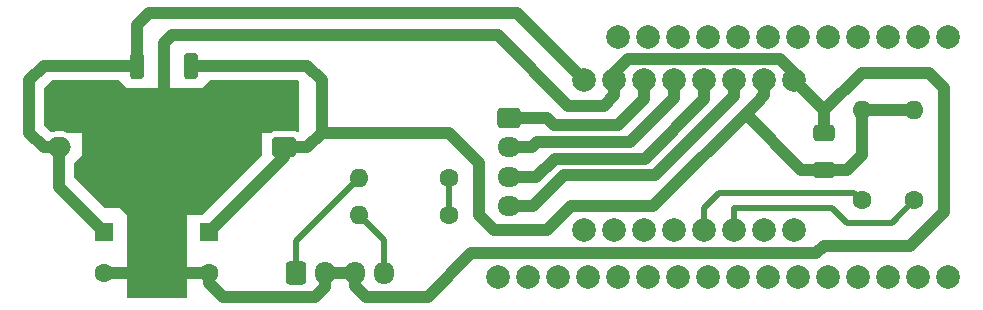
<source format=gbr>
%TF.GenerationSoftware,KiCad,Pcbnew,9.0.0*%
%TF.CreationDate,2025-05-11T09:44:17-05:00*%
%TF.ProjectId,Watch Winder,57617463-6820-4576-996e-6465722e6b69,rev?*%
%TF.SameCoordinates,Original*%
%TF.FileFunction,Copper,L2,Bot*%
%TF.FilePolarity,Positive*%
%FSLAX46Y46*%
G04 Gerber Fmt 4.6, Leading zero omitted, Abs format (unit mm)*
G04 Created by KiCad (PCBNEW 9.0.0) date 2025-05-11 09:44:17*
%MOMM*%
%LPD*%
G01*
G04 APERTURE LIST*
G04 Aperture macros list*
%AMRoundRect*
0 Rectangle with rounded corners*
0 $1 Rounding radius*
0 $2 $3 $4 $5 $6 $7 $8 $9 X,Y pos of 4 corners*
0 Add a 4 corners polygon primitive as box body*
4,1,4,$2,$3,$4,$5,$6,$7,$8,$9,$2,$3,0*
0 Add four circle primitives for the rounded corners*
1,1,$1+$1,$2,$3*
1,1,$1+$1,$4,$5*
1,1,$1+$1,$6,$7*
1,1,$1+$1,$8,$9*
0 Add four rect primitives between the rounded corners*
20,1,$1+$1,$2,$3,$4,$5,0*
20,1,$1+$1,$4,$5,$6,$7,0*
20,1,$1+$1,$6,$7,$8,$9,0*
20,1,$1+$1,$8,$9,$2,$3,0*%
G04 Aperture macros list end*
%TA.AperFunction,ComponentPad*%
%ADD10RoundRect,0.250000X-0.725000X0.600000X-0.725000X-0.600000X0.725000X-0.600000X0.725000X0.600000X0*%
%TD*%
%TA.AperFunction,ComponentPad*%
%ADD11O,1.950000X1.700000*%
%TD*%
%TA.AperFunction,ComponentPad*%
%ADD12R,1.600000X1.600000*%
%TD*%
%TA.AperFunction,ComponentPad*%
%ADD13C,1.600000*%
%TD*%
%TA.AperFunction,ComponentPad*%
%ADD14C,2.000000*%
%TD*%
%TA.AperFunction,ComponentPad*%
%ADD15O,1.600000X1.600000*%
%TD*%
%TA.AperFunction,ComponentPad*%
%ADD16RoundRect,0.250000X-0.750000X0.600000X-0.750000X-0.600000X0.750000X-0.600000X0.750000X0.600000X0*%
%TD*%
%TA.AperFunction,ComponentPad*%
%ADD17O,2.000000X1.700000*%
%TD*%
%TA.AperFunction,ComponentPad*%
%ADD18RoundRect,0.250000X-0.600000X-0.725000X0.600000X-0.725000X0.600000X0.725000X-0.600000X0.725000X0*%
%TD*%
%TA.AperFunction,ComponentPad*%
%ADD19O,1.700000X1.950000*%
%TD*%
%TA.AperFunction,ComponentPad*%
%ADD20RoundRect,0.250000X0.750000X-0.600000X0.750000X0.600000X-0.750000X0.600000X-0.750000X-0.600000X0*%
%TD*%
%TA.AperFunction,SMDPad,CuDef*%
%ADD21RoundRect,0.250000X-0.350000X0.850000X-0.350000X-0.850000X0.350000X-0.850000X0.350000X0.850000X0*%
%TD*%
%TA.AperFunction,SMDPad,CuDef*%
%ADD22RoundRect,0.250000X-1.125000X1.275000X-1.125000X-1.275000X1.125000X-1.275000X1.125000X1.275000X0*%
%TD*%
%TA.AperFunction,SMDPad,CuDef*%
%ADD23RoundRect,0.249997X-2.650003X2.950003X-2.650003X-2.950003X2.650003X-2.950003X2.650003X2.950003X0*%
%TD*%
%TA.AperFunction,SMDPad,CuDef*%
%ADD24RoundRect,0.250000X0.650000X-0.412500X0.650000X0.412500X-0.650000X0.412500X-0.650000X-0.412500X0*%
%TD*%
%TA.AperFunction,Conductor*%
%ADD25C,1.000000*%
%TD*%
%TA.AperFunction,Conductor*%
%ADD26C,0.300000*%
%TD*%
%TA.AperFunction,Conductor*%
%ADD27C,0.500000*%
%TD*%
G04 APERTURE END LIST*
D10*
%TO.P,J4,1,Pin_1*%
%TO.N,Net-(J4-Pin_1)*%
X148590000Y-69850000D03*
D11*
%TO.P,J4,2,Pin_2*%
%TO.N,Net-(J4-Pin_2)*%
X148590000Y-72350000D03*
%TO.P,J4,3,Pin_3*%
%TO.N,Net-(J4-Pin_3)*%
X148590000Y-74850000D03*
%TO.P,J4,4,Pin_4*%
%TO.N,Net-(J4-Pin_4)*%
X148590000Y-77350000D03*
%TD*%
D12*
%TO.P,C2,1*%
%TO.N,Net-(J3-Pin_1)*%
X123190000Y-79500000D03*
D13*
%TO.P,C2,2*%
%TO.N,Net-(J1-Pin_1)*%
X123190000Y-83000000D03*
%TD*%
D14*
%TO.P,U3,1,EN*%
%TO.N,Net-(U2-A0)*%
X154940000Y-79375000D03*
%TO.P,U3,2,MS1*%
%TO.N,Net-(U2-A1)*%
X157480000Y-79375000D03*
%TO.P,U3,3,MS2*%
%TO.N,Net-(U2-A2)*%
X160020000Y-79375000D03*
%TO.P,U3,4,PDN*%
%TO.N,Net-(U2-A3)*%
X162560000Y-79375000D03*
%TO.P,U3,5,STDBY*%
%TO.N,Net-(U3-STDBY)*%
X165100000Y-79375000D03*
%TO.P,U3,6,CLK*%
%TO.N,Net-(U3-CLK)*%
X167640000Y-79375000D03*
%TO.P,U3,7,STEP*%
%TO.N,Net-(U2-A4)*%
X170180000Y-79375000D03*
%TO.P,U3,8,DIR*%
%TO.N,Net-(U2-A5)*%
X172720000Y-79375000D03*
%TO.P,U3,9,GNDIO*%
%TO.N,Net-(J1-Pin_1)*%
X172720000Y-66675000D03*
%TO.P,U3,10,VIO*%
%TO.N,Net-(J3-Pin_1)*%
X170180000Y-66675000D03*
%TO.P,U3,11,B2*%
%TO.N,Net-(J4-Pin_4)*%
X167640000Y-66675000D03*
%TO.P,U3,12,B1*%
%TO.N,Net-(J4-Pin_3)*%
X165100000Y-66675000D03*
%TO.P,U3,13,A1*%
%TO.N,Net-(J4-Pin_2)*%
X162560000Y-66675000D03*
%TO.P,U3,14,A2*%
%TO.N,Net-(J4-Pin_1)*%
X160020000Y-66675000D03*
%TO.P,U3,15,GNDM*%
%TO.N,Net-(J1-Pin_1)*%
X157480000Y-66675000D03*
%TO.P,U3,16,VM*%
%TO.N,Net-(J1-Pin_2)*%
X154940000Y-66675000D03*
%TD*%
D13*
%TO.P,R3,1*%
%TO.N,Net-(U3-STDBY)*%
X178435000Y-76835000D03*
D15*
%TO.P,R3,2*%
%TO.N,Net-(J3-Pin_1)*%
X178435000Y-69215000D03*
%TD*%
D16*
%TO.P,J1,1,Pin_1*%
%TO.N,Net-(J1-Pin_1)*%
X110490000Y-69850000D03*
D17*
%TO.P,J1,2,Pin_2*%
%TO.N,Net-(J1-Pin_2)*%
X110490000Y-72350000D03*
%TD*%
D14*
%TO.P,U2,1,RST*%
%TO.N,unconnected-(U2-RST-Pad1)*%
X147655000Y-83320000D03*
%TO.P,U2,2,3.3V*%
%TO.N,unconnected-(U2-3.3V-Pad2)*%
X150195000Y-83320000D03*
%TO.P,U2,3,3.3V*%
%TO.N,Net-(R1-Pad1)*%
X152735000Y-83320000D03*
%TO.P,U2,4,GND*%
%TO.N,Net-(J1-Pin_1)*%
X155275000Y-83320000D03*
%TO.P,U2,5,A0*%
%TO.N,Net-(U2-A0)*%
X157815000Y-83320000D03*
%TO.P,U2,6,A1*%
%TO.N,Net-(U2-A1)*%
X160355000Y-83320000D03*
%TO.P,U2,7,A2*%
%TO.N,Net-(U2-A2)*%
X162895000Y-83320000D03*
%TO.P,U2,8,A3*%
%TO.N,Net-(U2-A3)*%
X165435000Y-83320000D03*
%TO.P,U2,9,A4*%
%TO.N,Net-(U2-A4)*%
X167975000Y-83320000D03*
%TO.P,U2,10,A5*%
%TO.N,Net-(U2-A5)*%
X170515000Y-83320000D03*
%TO.P,U2,11,SCK*%
%TO.N,unconnected-(U2-SCK-Pad11)*%
X173055000Y-83320000D03*
%TO.P,U2,12,MOSI*%
%TO.N,unconnected-(U2-MOSI-Pad12)*%
X175595000Y-83320000D03*
%TO.P,U2,13,MISO*%
%TO.N,unconnected-(U2-MISO-Pad13)*%
X178135000Y-83320000D03*
%TO.P,U2,14,RX*%
%TO.N,unconnected-(U2-RX-Pad14)*%
X180675000Y-83320000D03*
%TO.P,U2,15,TX*%
%TO.N,unconnected-(U2-TX-Pad15)*%
X183215000Y-83320000D03*
%TO.P,U2,16,TXD0*%
%TO.N,unconnected-(U2-TXD0-Pad16)*%
X185755000Y-83320000D03*
%TO.P,U2,17,SDA*%
%TO.N,unconnected-(U2-SDA-Pad17)*%
X185755000Y-63000000D03*
%TO.P,U2,18,SCL*%
%TO.N,unconnected-(U2-SCL-Pad18)*%
X183215000Y-63000000D03*
%TO.P,U2,19,D5*%
%TO.N,unconnected-(U2-D5-Pad19)*%
X180675000Y-63000000D03*
%TO.P,U2,20,D6*%
%TO.N,unconnected-(U2-D6-Pad20)*%
X178135000Y-63000000D03*
%TO.P,U2,21,D9*%
%TO.N,Net-(J2-Pin_4)*%
X175595000Y-63000000D03*
%TO.P,U2,22,D10*%
%TO.N,unconnected-(U2-D10-Pad22)*%
X173055000Y-63000000D03*
%TO.P,U2,23,D11*%
%TO.N,unconnected-(U2-D11-Pad23)*%
X170515000Y-63000000D03*
%TO.P,U2,24,D12*%
%TO.N,unconnected-(U2-D12-Pad24)*%
X167975000Y-63000000D03*
%TO.P,U2,25,D13*%
%TO.N,unconnected-(U2-D13-Pad25)*%
X165435000Y-63000000D03*
%TO.P,U2,26,VBUS*%
%TO.N,unconnected-(U2-VBUS-Pad26)*%
X162895000Y-63000000D03*
%TO.P,U2,27,EN*%
%TO.N,unconnected-(U2-EN-Pad27)*%
X160355000Y-63000000D03*
%TO.P,U2,28,VBAT*%
%TO.N,unconnected-(U2-VBAT-Pad28)*%
X157815000Y-63000000D03*
%TD*%
D12*
%TO.P,C1,1*%
%TO.N,Net-(J1-Pin_2)*%
X114300000Y-79500000D03*
D13*
%TO.P,C1,2*%
%TO.N,Net-(J1-Pin_1)*%
X114300000Y-83000000D03*
%TD*%
%TO.P,R4,1*%
%TO.N,Net-(U3-CLK)*%
X182880000Y-76835000D03*
D15*
%TO.P,R4,2*%
%TO.N,Net-(J3-Pin_1)*%
X182880000Y-69215000D03*
%TD*%
D18*
%TO.P,J2,1,Pin_1*%
%TO.N,Net-(J2-Pin_1)*%
X130500000Y-83000000D03*
D19*
%TO.P,J2,2,Pin_2*%
%TO.N,Net-(J1-Pin_1)*%
X133000000Y-83000000D03*
%TO.P,J2,3,Pin_3*%
X135500000Y-83000000D03*
%TO.P,J2,4,Pin_4*%
%TO.N,Net-(J2-Pin_4)*%
X138000000Y-83000000D03*
%TD*%
D13*
%TO.P,R1,1*%
%TO.N,Net-(R1-Pad1)*%
X143510000Y-78105000D03*
D15*
%TO.P,R1,2*%
%TO.N,Net-(J2-Pin_4)*%
X135890000Y-78105000D03*
%TD*%
D13*
%TO.P,R2,1*%
%TO.N,Net-(R1-Pad1)*%
X143510000Y-74930000D03*
D15*
%TO.P,R2,2*%
%TO.N,Net-(J2-Pin_1)*%
X135890000Y-74930000D03*
%TD*%
D20*
%TO.P,J3,1,Pin_1*%
%TO.N,Net-(J3-Pin_1)*%
X129540000Y-72350000D03*
D17*
%TO.P,J3,2,Pin_2*%
%TO.N,Net-(J1-Pin_1)*%
X129540000Y-69850000D03*
%TD*%
D21*
%TO.P,U1,1,IN*%
%TO.N,Net-(J1-Pin_2)*%
X117100000Y-65445000D03*
D22*
%TO.P,U1,2,GND*%
%TO.N,Net-(J1-Pin_1)*%
X120905000Y-70070000D03*
X117855000Y-70070000D03*
D23*
X119380000Y-71745000D03*
D22*
X120905000Y-73420000D03*
X117855000Y-73420000D03*
D21*
%TO.P,U1,3,OUT*%
%TO.N,Net-(J3-Pin_1)*%
X121660000Y-65445000D03*
%TD*%
D24*
%TO.P,C3,1*%
%TO.N,Net-(J3-Pin_1)*%
X175260000Y-74245000D03*
%TO.P,C3,2*%
%TO.N,Net-(J1-Pin_1)*%
X175260000Y-71120000D03*
%TD*%
D25*
%TO.N,Net-(J1-Pin_1)*%
X133000000Y-83000000D02*
X133000000Y-84170000D01*
X157480000Y-66040000D02*
X157480000Y-66675000D01*
X175198272Y-80706728D02*
X182549886Y-80706728D01*
X171529978Y-64849978D02*
X158670022Y-64849978D01*
X119380000Y-63500000D02*
X119380000Y-71745000D01*
X132171000Y-84999000D02*
X124369000Y-84999000D01*
X174567745Y-81337255D02*
X175198272Y-80706728D01*
X178435000Y-66040000D02*
X175260000Y-69215000D01*
X156587350Y-68837650D02*
X153581432Y-68837650D01*
X182549886Y-80706728D02*
X185420000Y-77836614D01*
X119380000Y-83000000D02*
X123190000Y-83000000D01*
X185420000Y-67310000D02*
X184150000Y-66040000D01*
X124369000Y-84999000D02*
X123190000Y-83820000D01*
X147608782Y-62865000D02*
X120015000Y-62865000D01*
X145357745Y-81337255D02*
X174567745Y-81337255D01*
X120015000Y-62865000D02*
X119380000Y-63500000D01*
X172720000Y-66040000D02*
X171529978Y-64849978D01*
X184150000Y-66040000D02*
X178435000Y-66040000D01*
X153581432Y-68837650D02*
X147608782Y-62865000D01*
X133000000Y-84170000D02*
X132171000Y-84999000D01*
X129540000Y-69850000D02*
X121125000Y-69850000D01*
X175260000Y-69215000D02*
X172720000Y-66675000D01*
X141696000Y-84999000D02*
X145357745Y-81337255D01*
X157480000Y-66675000D02*
X157480000Y-67945000D01*
X110490000Y-69850000D02*
X117635000Y-69850000D01*
X172720000Y-66675000D02*
X172720000Y-66040000D01*
X158670022Y-64849978D02*
X157480000Y-66040000D01*
D26*
X135500000Y-83000000D02*
X135255000Y-82755000D01*
D25*
X114300000Y-83000000D02*
X119380000Y-83000000D01*
X119380000Y-83000000D02*
X119380000Y-71745000D01*
X121125000Y-69850000D02*
X120905000Y-70070000D01*
X123190000Y-83820000D02*
X123190000Y-83000000D01*
X157480000Y-67945000D02*
X156587350Y-68837650D01*
X185420000Y-77836614D02*
X185420000Y-67310000D01*
X117635000Y-69850000D02*
X117855000Y-70070000D01*
X175260000Y-69215000D02*
X175260000Y-71120000D01*
X135500000Y-84065000D02*
X136434000Y-84999000D01*
X136434000Y-84999000D02*
X141696000Y-84999000D01*
X135500000Y-83000000D02*
X135500000Y-84065000D01*
X133000000Y-83000000D02*
X135500000Y-83000000D01*
%TO.N,Net-(J1-Pin_2)*%
X149266000Y-61001000D02*
X118069000Y-61001000D01*
X107950000Y-71120000D02*
X109180000Y-72350000D01*
X117100000Y-65445000D02*
X109180000Y-65445000D01*
X107950000Y-66675000D02*
X107950000Y-71120000D01*
X109180000Y-72350000D02*
X110490000Y-72350000D01*
X154940000Y-66675000D02*
X149266000Y-61001000D01*
X110490000Y-75690000D02*
X114300000Y-79500000D01*
X117100000Y-61970000D02*
X117100000Y-65445000D01*
X118069000Y-61001000D02*
X117100000Y-61970000D01*
X109180000Y-65445000D02*
X107950000Y-66675000D01*
X110490000Y-72350000D02*
X110490000Y-75690000D01*
%TO.N,Net-(J3-Pin_1)*%
X121660000Y-65445000D02*
X131485000Y-65445000D01*
X169545000Y-68580000D02*
X170180000Y-67945000D01*
X182880000Y-69215000D02*
X178435000Y-69215000D01*
X146050000Y-78105000D02*
X147320000Y-79375000D01*
X132715000Y-71120000D02*
X131485000Y-72350000D01*
X170180000Y-67945000D02*
X170180000Y-66675000D01*
X132715000Y-66675000D02*
X132715000Y-71120000D01*
X146050000Y-73660000D02*
X146050000Y-78105000D01*
X178435000Y-73025000D02*
X178435000Y-69215000D01*
X175260000Y-74245000D02*
X177215000Y-74245000D01*
X129540000Y-73150000D02*
X123190000Y-79500000D01*
X131485000Y-72350000D02*
X129540000Y-72350000D01*
X175260000Y-74245000D02*
X173305000Y-74245000D01*
X129540000Y-72350000D02*
X129540000Y-73150000D01*
X147320000Y-79375000D02*
X151765000Y-79375000D01*
X153799899Y-77340101D02*
X160784899Y-77340101D01*
X177215000Y-74245000D02*
X178435000Y-73025000D01*
X143510000Y-71120000D02*
X146050000Y-73660000D01*
X160784899Y-77340101D02*
X169545000Y-68580000D01*
X131485000Y-65445000D02*
X132715000Y-66675000D01*
X151765000Y-79375000D02*
X153799899Y-77340101D01*
X132715000Y-71120000D02*
X143510000Y-71120000D01*
X168592500Y-69532500D02*
X169545000Y-68580000D01*
X173305000Y-74245000D02*
X168592500Y-69532500D01*
D27*
%TO.N,Net-(J2-Pin_1)*%
X130500000Y-83000000D02*
X130500000Y-80320000D01*
X130500000Y-80320000D02*
X135890000Y-74930000D01*
%TO.N,Net-(J2-Pin_4)*%
X135890000Y-78105000D02*
X138000000Y-80215000D01*
X138000000Y-80215000D02*
X138000000Y-83000000D01*
D25*
%TO.N,Net-(J4-Pin_4)*%
X167640000Y-68026398D02*
X160945918Y-74720480D01*
X167640000Y-66675000D02*
X167640000Y-68026398D01*
X153244520Y-74720480D02*
X150615000Y-77350000D01*
X150615000Y-77350000D02*
X148590000Y-77350000D01*
X160945918Y-74720480D02*
X153244520Y-74720480D01*
%TO.N,Net-(J4-Pin_1)*%
X152400000Y-70485000D02*
X151765000Y-69850000D01*
X151765000Y-69850000D02*
X148590000Y-69850000D01*
X160020000Y-66675000D02*
X160020000Y-68280956D01*
X157815956Y-70485000D02*
X152400000Y-70485000D01*
X160020000Y-68280956D02*
X157815956Y-70485000D01*
%TO.N,Net-(J4-Pin_2)*%
X162560000Y-66675000D02*
X162560000Y-68178248D01*
X162560000Y-68178248D02*
X158823291Y-71914957D01*
X150535000Y-72350000D02*
X148590000Y-72350000D01*
X158823291Y-71914957D02*
X150970043Y-71914957D01*
X150970043Y-71914957D02*
X150535000Y-72350000D01*
%TO.N,Net-(J4-Pin_3)*%
X152429700Y-73303405D02*
X150883105Y-74850000D01*
X165100000Y-68263024D02*
X160059619Y-73303405D01*
X150883105Y-74850000D02*
X148590000Y-74850000D01*
X165100000Y-66675000D02*
X165100000Y-68263024D01*
X160059619Y-73303405D02*
X152429700Y-73303405D01*
D27*
%TO.N,Net-(R1-Pad1)*%
X143510000Y-74930000D02*
X143510000Y-78105000D01*
%TO.N,Net-(U3-STDBY)*%
X165100000Y-79375000D02*
X165100000Y-77470000D01*
X177800000Y-76200000D02*
X178435000Y-76835000D01*
X165100000Y-77470000D02*
X166370000Y-76200000D01*
X166370000Y-76200000D02*
X177800000Y-76200000D01*
%TO.N,Net-(U3-CLK)*%
X177165000Y-78740000D02*
X180975000Y-78740000D01*
X175895000Y-77470000D02*
X177165000Y-78740000D01*
X167640000Y-79375000D02*
X167640000Y-77470000D01*
X180975000Y-78740000D02*
X182880000Y-76835000D01*
X167640000Y-77470000D02*
X175895000Y-77470000D01*
%TD*%
%TA.AperFunction,Conductor*%
%TO.N,Net-(J1-Pin_1)*%
G36*
X115585677Y-66694685D02*
G01*
X115606319Y-66711319D01*
X116205000Y-67310000D01*
X122555000Y-67310000D01*
X123153681Y-66711319D01*
X123215004Y-66677834D01*
X123241362Y-66675000D01*
X130686000Y-66675000D01*
X130753039Y-66694685D01*
X130798794Y-66747489D01*
X130810000Y-66799000D01*
X130810000Y-70966783D01*
X130790315Y-71033822D01*
X130737511Y-71079577D01*
X130668353Y-71089521D01*
X130620905Y-71072323D01*
X130609338Y-71065188D01*
X130609335Y-71065186D01*
X130609334Y-71065186D01*
X130442797Y-71010001D01*
X130442795Y-71010000D01*
X130340010Y-70999500D01*
X128739998Y-70999500D01*
X128739981Y-70999501D01*
X128637203Y-71010000D01*
X128637200Y-71010001D01*
X128470668Y-71065185D01*
X128470659Y-71065190D01*
X128411727Y-71101539D01*
X128346631Y-71120000D01*
X127635000Y-71120000D01*
X127635000Y-72973638D01*
X127615315Y-73040677D01*
X127598681Y-73061319D01*
X122591319Y-78068681D01*
X122529996Y-78102166D01*
X122503638Y-78105000D01*
X121285000Y-78105000D01*
X121285000Y-84966000D01*
X121265315Y-85033039D01*
X121212511Y-85078794D01*
X121161000Y-85090000D01*
X116329000Y-85090000D01*
X116261961Y-85070315D01*
X116216206Y-85017511D01*
X116205000Y-84966000D01*
X116205000Y-78105000D01*
X115570000Y-77470000D01*
X114351362Y-77470000D01*
X114284323Y-77450315D01*
X114263681Y-77433681D01*
X111796319Y-74966319D01*
X111762834Y-74904996D01*
X111760000Y-74878638D01*
X111760000Y-73711362D01*
X111779685Y-73644323D01*
X111796319Y-73623681D01*
X112395000Y-73025000D01*
X112395000Y-71120000D01*
X111230490Y-71120000D01*
X111174194Y-71106484D01*
X111158416Y-71098444D01*
X111056055Y-71065185D01*
X110956243Y-71032754D01*
X110956241Y-71032753D01*
X110956240Y-71032753D01*
X110794957Y-71007208D01*
X110746287Y-70999500D01*
X110233713Y-70999500D01*
X110191721Y-71006150D01*
X110023753Y-71032754D01*
X109902801Y-71072053D01*
X109832960Y-71074048D01*
X109776803Y-71041803D01*
X109256319Y-70521319D01*
X109222834Y-70459996D01*
X109220000Y-70433638D01*
X109220000Y-67361362D01*
X109239685Y-67294323D01*
X109256319Y-67273681D01*
X109818681Y-66711319D01*
X109880004Y-66677834D01*
X109906362Y-66675000D01*
X115518638Y-66675000D01*
X115585677Y-66694685D01*
G37*
%TD.AperFunction*%
%TD*%
M02*

</source>
